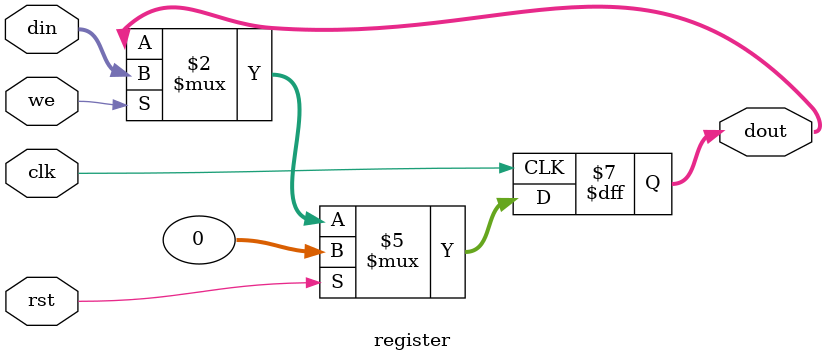
<source format=v>
`timescale 1ns / 1ps


module register 
    #(parameter WIDTH = 32)
    (
    input [WIDTH-1:0] din,
    input we,
    input rst,
    input clk,
    output reg [WIDTH-1:0] dout
    );
    always @ (posedge clk)
    begin
        if (rst)
        begin
            dout <= 0;
        end
        else if (we)
        begin
            dout <= din;
        end
    end
endmodule

</source>
